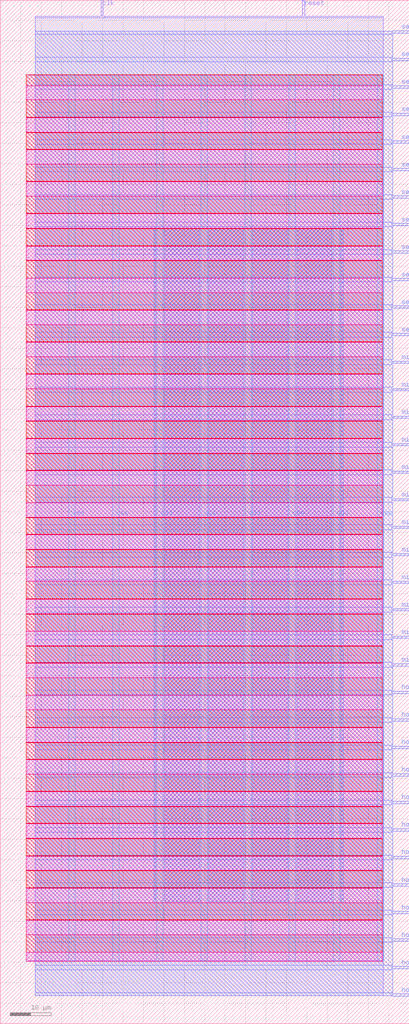
<source format=lef>
VERSION 5.7 ;
  NOWIREEXTENSIONATPIN ON ;
  DIVIDERCHAR "/" ;
  BUSBITCHARS "[]" ;
MACRO DigitalClock
  CLASS BLOCK ;
  FOREIGN DigitalClock ;
  ORIGIN 0.000 0.000 ;
  SIZE 100.000 BY 250.000 ;
  PIN clk
    DIRECTION INPUT ;
    USE SIGNAL ;
    ANTENNAGATEAREA 4.738000 ;
    ANTENNADIFFAREA 0.410400 ;
    PORT
      LAYER Metal2 ;
        RECT 24.640 246.000 25.200 250.000 ;
    END
  END clk
  PIN hours[0]
    DIRECTION OUTPUT TRISTATE ;
    USE SIGNAL ;
    ANTENNADIFFAREA 4.731200 ;
    PORT
      LAYER Metal3 ;
        RECT 96.000 6.720 100.000 7.280 ;
    END
  END hours[0]
  PIN hours[1]
    DIRECTION OUTPUT TRISTATE ;
    USE SIGNAL ;
    ANTENNADIFFAREA 4.731200 ;
    PORT
      LAYER Metal3 ;
        RECT 96.000 20.160 100.000 20.720 ;
    END
  END hours[1]
  PIN hours[2]
    DIRECTION OUTPUT TRISTATE ;
    USE SIGNAL ;
    ANTENNADIFFAREA 4.731200 ;
    PORT
      LAYER Metal3 ;
        RECT 96.000 33.600 100.000 34.160 ;
    END
  END hours[2]
  PIN hours[3]
    DIRECTION OUTPUT TRISTATE ;
    USE SIGNAL ;
    ANTENNADIFFAREA 4.731200 ;
    PORT
      LAYER Metal3 ;
        RECT 96.000 47.040 100.000 47.600 ;
    END
  END hours[3]
  PIN hours[4]
    DIRECTION OUTPUT TRISTATE ;
    USE SIGNAL ;
    ANTENNADIFFAREA 4.731200 ;
    PORT
      LAYER Metal3 ;
        RECT 96.000 60.480 100.000 61.040 ;
    END
  END hours[4]
  PIN hours[5]
    DIRECTION OUTPUT TRISTATE ;
    USE SIGNAL ;
    ANTENNADIFFAREA 4.731200 ;
    PORT
      LAYER Metal3 ;
        RECT 96.000 73.920 100.000 74.480 ;
    END
  END hours[5]
  PIN hours_oeb[0]
    DIRECTION OUTPUT TRISTATE ;
    USE SIGNAL ;
    ANTENNADIFFAREA 0.360800 ;
    PORT
      LAYER Metal3 ;
        RECT 96.000 13.440 100.000 14.000 ;
    END
  END hours_oeb[0]
  PIN hours_oeb[1]
    DIRECTION OUTPUT TRISTATE ;
    USE SIGNAL ;
    ANTENNADIFFAREA 0.360800 ;
    PORT
      LAYER Metal3 ;
        RECT 96.000 26.880 100.000 27.440 ;
    END
  END hours_oeb[1]
  PIN hours_oeb[2]
    DIRECTION OUTPUT TRISTATE ;
    USE SIGNAL ;
    ANTENNADIFFAREA 0.360800 ;
    PORT
      LAYER Metal3 ;
        RECT 96.000 40.320 100.000 40.880 ;
    END
  END hours_oeb[2]
  PIN hours_oeb[3]
    DIRECTION OUTPUT TRISTATE ;
    USE SIGNAL ;
    ANTENNADIFFAREA 0.360800 ;
    PORT
      LAYER Metal3 ;
        RECT 96.000 53.760 100.000 54.320 ;
    END
  END hours_oeb[3]
  PIN hours_oeb[4]
    DIRECTION OUTPUT TRISTATE ;
    USE SIGNAL ;
    ANTENNADIFFAREA 0.360800 ;
    PORT
      LAYER Metal3 ;
        RECT 96.000 67.200 100.000 67.760 ;
    END
  END hours_oeb[4]
  PIN hours_oeb[5]
    DIRECTION OUTPUT TRISTATE ;
    USE SIGNAL ;
    ANTENNADIFFAREA 0.360800 ;
    PORT
      LAYER Metal3 ;
        RECT 96.000 80.640 100.000 81.200 ;
    END
  END hours_oeb[5]
  PIN minutes[0]
    DIRECTION OUTPUT TRISTATE ;
    USE SIGNAL ;
    ANTENNADIFFAREA 4.731200 ;
    PORT
      LAYER Metal3 ;
        RECT 96.000 87.360 100.000 87.920 ;
    END
  END minutes[0]
  PIN minutes[1]
    DIRECTION OUTPUT TRISTATE ;
    USE SIGNAL ;
    ANTENNADIFFAREA 4.731200 ;
    PORT
      LAYER Metal3 ;
        RECT 96.000 100.800 100.000 101.360 ;
    END
  END minutes[1]
  PIN minutes[2]
    DIRECTION OUTPUT TRISTATE ;
    USE SIGNAL ;
    ANTENNADIFFAREA 4.731200 ;
    PORT
      LAYER Metal3 ;
        RECT 96.000 114.240 100.000 114.800 ;
    END
  END minutes[2]
  PIN minutes[3]
    DIRECTION OUTPUT TRISTATE ;
    USE SIGNAL ;
    ANTENNADIFFAREA 4.731200 ;
    PORT
      LAYER Metal3 ;
        RECT 96.000 127.680 100.000 128.240 ;
    END
  END minutes[3]
  PIN minutes[4]
    DIRECTION OUTPUT TRISTATE ;
    USE SIGNAL ;
    ANTENNADIFFAREA 4.731200 ;
    PORT
      LAYER Metal3 ;
        RECT 96.000 141.120 100.000 141.680 ;
    END
  END minutes[4]
  PIN minutes[5]
    DIRECTION OUTPUT TRISTATE ;
    USE SIGNAL ;
    ANTENNADIFFAREA 4.731200 ;
    PORT
      LAYER Metal3 ;
        RECT 96.000 154.560 100.000 155.120 ;
    END
  END minutes[5]
  PIN minutes_oeb[0]
    DIRECTION OUTPUT TRISTATE ;
    USE SIGNAL ;
    ANTENNADIFFAREA 0.360800 ;
    PORT
      LAYER Metal3 ;
        RECT 96.000 94.080 100.000 94.640 ;
    END
  END minutes_oeb[0]
  PIN minutes_oeb[1]
    DIRECTION OUTPUT TRISTATE ;
    USE SIGNAL ;
    ANTENNADIFFAREA 0.360800 ;
    PORT
      LAYER Metal3 ;
        RECT 96.000 107.520 100.000 108.080 ;
    END
  END minutes_oeb[1]
  PIN minutes_oeb[2]
    DIRECTION OUTPUT TRISTATE ;
    USE SIGNAL ;
    ANTENNADIFFAREA 0.360800 ;
    PORT
      LAYER Metal3 ;
        RECT 96.000 120.960 100.000 121.520 ;
    END
  END minutes_oeb[2]
  PIN minutes_oeb[3]
    DIRECTION OUTPUT TRISTATE ;
    USE SIGNAL ;
    ANTENNADIFFAREA 0.360800 ;
    PORT
      LAYER Metal3 ;
        RECT 96.000 134.400 100.000 134.960 ;
    END
  END minutes_oeb[3]
  PIN minutes_oeb[4]
    DIRECTION OUTPUT TRISTATE ;
    USE SIGNAL ;
    ANTENNADIFFAREA 0.360800 ;
    PORT
      LAYER Metal3 ;
        RECT 96.000 147.840 100.000 148.400 ;
    END
  END minutes_oeb[4]
  PIN minutes_oeb[5]
    DIRECTION OUTPUT TRISTATE ;
    USE SIGNAL ;
    ANTENNADIFFAREA 0.360800 ;
    PORT
      LAYER Metal3 ;
        RECT 96.000 161.280 100.000 161.840 ;
    END
  END minutes_oeb[5]
  PIN reset
    DIRECTION INPUT ;
    USE SIGNAL ;
    ANTENNAGATEAREA 0.741000 ;
    ANTENNADIFFAREA 0.410400 ;
    PORT
      LAYER Metal2 ;
        RECT 73.920 246.000 74.480 250.000 ;
    END
  END reset
  PIN seconds[0]
    DIRECTION OUTPUT TRISTATE ;
    USE SIGNAL ;
    ANTENNADIFFAREA 4.731200 ;
    PORT
      LAYER Metal3 ;
        RECT 96.000 168.000 100.000 168.560 ;
    END
  END seconds[0]
  PIN seconds[1]
    DIRECTION OUTPUT TRISTATE ;
    USE SIGNAL ;
    ANTENNADIFFAREA 4.731200 ;
    PORT
      LAYER Metal3 ;
        RECT 96.000 181.440 100.000 182.000 ;
    END
  END seconds[1]
  PIN seconds[2]
    DIRECTION OUTPUT TRISTATE ;
    USE SIGNAL ;
    ANTENNADIFFAREA 4.731200 ;
    PORT
      LAYER Metal3 ;
        RECT 96.000 194.880 100.000 195.440 ;
    END
  END seconds[2]
  PIN seconds[3]
    DIRECTION OUTPUT TRISTATE ;
    USE SIGNAL ;
    ANTENNADIFFAREA 4.731200 ;
    PORT
      LAYER Metal3 ;
        RECT 96.000 208.320 100.000 208.880 ;
    END
  END seconds[3]
  PIN seconds[4]
    DIRECTION OUTPUT TRISTATE ;
    USE SIGNAL ;
    ANTENNADIFFAREA 4.731200 ;
    PORT
      LAYER Metal3 ;
        RECT 96.000 221.760 100.000 222.320 ;
    END
  END seconds[4]
  PIN seconds[5]
    DIRECTION OUTPUT TRISTATE ;
    USE SIGNAL ;
    ANTENNADIFFAREA 4.731200 ;
    PORT
      LAYER Metal3 ;
        RECT 96.000 235.200 100.000 235.760 ;
    END
  END seconds[5]
  PIN seconds_oeb[0]
    DIRECTION OUTPUT TRISTATE ;
    USE SIGNAL ;
    ANTENNADIFFAREA 0.360800 ;
    PORT
      LAYER Metal3 ;
        RECT 96.000 174.720 100.000 175.280 ;
    END
  END seconds_oeb[0]
  PIN seconds_oeb[1]
    DIRECTION OUTPUT TRISTATE ;
    USE SIGNAL ;
    ANTENNADIFFAREA 0.360800 ;
    PORT
      LAYER Metal3 ;
        RECT 96.000 188.160 100.000 188.720 ;
    END
  END seconds_oeb[1]
  PIN seconds_oeb[2]
    DIRECTION OUTPUT TRISTATE ;
    USE SIGNAL ;
    ANTENNADIFFAREA 0.360800 ;
    PORT
      LAYER Metal3 ;
        RECT 96.000 201.600 100.000 202.160 ;
    END
  END seconds_oeb[2]
  PIN seconds_oeb[3]
    DIRECTION OUTPUT TRISTATE ;
    USE SIGNAL ;
    ANTENNADIFFAREA 0.360800 ;
    PORT
      LAYER Metal3 ;
        RECT 96.000 215.040 100.000 215.600 ;
    END
  END seconds_oeb[3]
  PIN seconds_oeb[4]
    DIRECTION OUTPUT TRISTATE ;
    USE SIGNAL ;
    ANTENNADIFFAREA 0.360800 ;
    PORT
      LAYER Metal3 ;
        RECT 96.000 228.480 100.000 229.040 ;
    END
  END seconds_oeb[4]
  PIN seconds_oeb[5]
    DIRECTION OUTPUT TRISTATE ;
    USE SIGNAL ;
    ANTENNADIFFAREA 0.360800 ;
    PORT
      LAYER Metal3 ;
        RECT 96.000 241.920 100.000 242.480 ;
    END
  END seconds_oeb[5]
  PIN vdd
    DIRECTION INOUT ;
    USE POWER ;
    PORT
      LAYER Metal4 ;
        RECT 16.700 15.380 18.300 231.580 ;
    END
    PORT
      LAYER Metal4 ;
        RECT 38.260 15.380 39.860 231.580 ;
    END
    PORT
      LAYER Metal4 ;
        RECT 59.820 15.380 61.420 231.580 ;
    END
    PORT
      LAYER Metal4 ;
        RECT 81.380 15.380 82.980 231.580 ;
    END
  END vdd
  PIN vss
    DIRECTION INOUT ;
    USE GROUND ;
    PORT
      LAYER Metal4 ;
        RECT 27.480 15.380 29.080 231.580 ;
    END
    PORT
      LAYER Metal4 ;
        RECT 49.040 15.380 50.640 231.580 ;
    END
    PORT
      LAYER Metal4 ;
        RECT 70.600 15.380 72.200 231.580 ;
    END
    PORT
      LAYER Metal4 ;
        RECT 92.160 15.380 93.760 231.580 ;
    END
  END vss
  OBS
      LAYER Nwell ;
        RECT 6.290 229.120 93.390 231.710 ;
      LAYER Pwell ;
        RECT 6.290 225.600 93.390 229.120 ;
      LAYER Nwell ;
        RECT 6.290 221.405 93.390 225.600 ;
        RECT 6.290 221.280 54.145 221.405 ;
      LAYER Pwell ;
        RECT 6.290 217.760 93.390 221.280 ;
      LAYER Nwell ;
        RECT 6.290 217.635 18.865 217.760 ;
        RECT 6.290 213.565 93.390 217.635 ;
        RECT 6.290 213.440 79.345 213.565 ;
      LAYER Pwell ;
        RECT 6.290 209.920 93.390 213.440 ;
      LAYER Nwell ;
        RECT 6.290 205.725 93.390 209.920 ;
        RECT 6.290 205.600 42.945 205.725 ;
      LAYER Pwell ;
        RECT 6.290 202.080 93.390 205.600 ;
      LAYER Nwell ;
        RECT 6.290 197.885 93.390 202.080 ;
        RECT 6.290 197.760 17.960 197.885 ;
      LAYER Pwell ;
        RECT 6.290 194.240 93.390 197.760 ;
      LAYER Nwell ;
        RECT 6.290 194.115 20.870 194.240 ;
        RECT 6.290 190.045 93.390 194.115 ;
        RECT 6.290 189.920 45.185 190.045 ;
      LAYER Pwell ;
        RECT 6.290 186.400 93.390 189.920 ;
      LAYER Nwell ;
        RECT 6.290 186.275 72.665 186.400 ;
        RECT 6.290 182.080 93.390 186.275 ;
      LAYER Pwell ;
        RECT 6.290 178.560 93.390 182.080 ;
      LAYER Nwell ;
        RECT 6.290 174.365 93.390 178.560 ;
        RECT 6.290 174.240 12.705 174.365 ;
      LAYER Pwell ;
        RECT 6.290 170.720 93.390 174.240 ;
      LAYER Nwell ;
        RECT 6.290 166.525 93.390 170.720 ;
        RECT 6.290 166.400 12.705 166.525 ;
      LAYER Pwell ;
        RECT 6.290 162.880 93.390 166.400 ;
      LAYER Nwell ;
        RECT 6.290 158.685 93.390 162.880 ;
        RECT 6.290 158.560 44.765 158.685 ;
      LAYER Pwell ;
        RECT 6.290 155.040 93.390 158.560 ;
      LAYER Nwell ;
        RECT 6.290 150.845 93.390 155.040 ;
        RECT 6.290 150.720 41.825 150.845 ;
      LAYER Pwell ;
        RECT 6.290 147.200 93.390 150.720 ;
      LAYER Nwell ;
        RECT 6.290 147.075 12.705 147.200 ;
        RECT 6.290 143.005 93.390 147.075 ;
        RECT 6.290 142.880 53.240 143.005 ;
      LAYER Pwell ;
        RECT 6.290 139.360 93.390 142.880 ;
      LAYER Nwell ;
        RECT 6.290 139.235 12.705 139.360 ;
        RECT 6.290 135.165 93.390 139.235 ;
        RECT 6.290 135.040 80.465 135.165 ;
      LAYER Pwell ;
        RECT 6.290 131.520 93.390 135.040 ;
      LAYER Nwell ;
        RECT 6.290 127.200 93.390 131.520 ;
      LAYER Pwell ;
        RECT 6.290 123.680 93.390 127.200 ;
      LAYER Nwell ;
        RECT 6.290 123.555 51.905 123.680 ;
        RECT 6.290 119.485 93.390 123.555 ;
        RECT 6.290 119.360 12.705 119.485 ;
      LAYER Pwell ;
        RECT 6.290 115.840 93.390 119.360 ;
      LAYER Nwell ;
        RECT 6.290 115.715 16.110 115.840 ;
        RECT 6.290 111.645 93.390 115.715 ;
        RECT 6.290 111.520 12.705 111.645 ;
      LAYER Pwell ;
        RECT 6.290 108.000 93.390 111.520 ;
      LAYER Nwell ;
        RECT 6.290 103.805 93.390 108.000 ;
        RECT 6.290 103.680 80.465 103.805 ;
      LAYER Pwell ;
        RECT 6.290 100.160 93.390 103.680 ;
      LAYER Nwell ;
        RECT 6.290 100.035 38.595 100.160 ;
        RECT 6.290 95.840 93.390 100.035 ;
      LAYER Pwell ;
        RECT 6.290 92.320 93.390 95.840 ;
      LAYER Nwell ;
        RECT 6.290 92.195 14.385 92.320 ;
        RECT 6.290 88.125 93.390 92.195 ;
        RECT 6.290 88.000 12.705 88.125 ;
      LAYER Pwell ;
        RECT 6.290 84.480 93.390 88.000 ;
      LAYER Nwell ;
        RECT 6.290 80.160 93.390 84.480 ;
      LAYER Pwell ;
        RECT 6.290 76.640 93.390 80.160 ;
      LAYER Nwell ;
        RECT 6.290 72.445 93.390 76.640 ;
        RECT 6.290 72.320 30.630 72.445 ;
      LAYER Pwell ;
        RECT 6.290 68.800 93.390 72.320 ;
      LAYER Nwell ;
        RECT 6.290 68.675 12.705 68.800 ;
        RECT 6.290 64.605 93.390 68.675 ;
        RECT 6.290 64.480 19.470 64.605 ;
      LAYER Pwell ;
        RECT 6.290 60.960 93.390 64.480 ;
      LAYER Nwell ;
        RECT 6.290 56.765 93.390 60.960 ;
        RECT 6.290 56.640 12.705 56.765 ;
      LAYER Pwell ;
        RECT 6.290 53.120 93.390 56.640 ;
      LAYER Nwell ;
        RECT 6.290 52.995 63.105 53.120 ;
        RECT 6.290 48.925 93.390 52.995 ;
        RECT 6.290 48.800 20.030 48.925 ;
      LAYER Pwell ;
        RECT 6.290 45.280 93.390 48.800 ;
      LAYER Nwell ;
        RECT 6.290 45.155 13.265 45.280 ;
        RECT 6.290 41.085 93.390 45.155 ;
        RECT 6.290 40.960 36.785 41.085 ;
      LAYER Pwell ;
        RECT 6.290 37.440 93.390 40.960 ;
      LAYER Nwell ;
        RECT 6.290 37.315 58.625 37.440 ;
        RECT 6.290 33.245 93.390 37.315 ;
        RECT 6.290 33.120 79.345 33.245 ;
      LAYER Pwell ;
        RECT 6.290 29.600 93.390 33.120 ;
      LAYER Nwell ;
        RECT 6.290 25.405 93.390 29.600 ;
        RECT 6.290 25.280 71.505 25.405 ;
      LAYER Pwell ;
        RECT 6.290 21.760 93.390 25.280 ;
      LAYER Nwell ;
        RECT 6.290 17.440 93.390 21.760 ;
      LAYER Pwell ;
        RECT 6.290 15.250 93.390 17.440 ;
      LAYER Metal1 ;
        RECT 6.720 15.380 93.760 231.580 ;
      LAYER Metal2 ;
        RECT 8.540 245.700 24.340 246.000 ;
        RECT 25.500 245.700 73.620 246.000 ;
        RECT 74.780 245.700 93.620 246.000 ;
        RECT 8.540 6.810 93.620 245.700 ;
      LAYER Metal3 ;
        RECT 8.490 241.620 95.700 242.340 ;
        RECT 8.490 236.060 96.000 241.620 ;
        RECT 8.490 234.900 95.700 236.060 ;
        RECT 8.490 229.340 96.000 234.900 ;
        RECT 8.490 228.180 95.700 229.340 ;
        RECT 8.490 222.620 96.000 228.180 ;
        RECT 8.490 221.460 95.700 222.620 ;
        RECT 8.490 215.900 96.000 221.460 ;
        RECT 8.490 214.740 95.700 215.900 ;
        RECT 8.490 209.180 96.000 214.740 ;
        RECT 8.490 208.020 95.700 209.180 ;
        RECT 8.490 202.460 96.000 208.020 ;
        RECT 8.490 201.300 95.700 202.460 ;
        RECT 8.490 195.740 96.000 201.300 ;
        RECT 8.490 194.580 95.700 195.740 ;
        RECT 8.490 189.020 96.000 194.580 ;
        RECT 8.490 187.860 95.700 189.020 ;
        RECT 8.490 182.300 96.000 187.860 ;
        RECT 8.490 181.140 95.700 182.300 ;
        RECT 8.490 175.580 96.000 181.140 ;
        RECT 8.490 174.420 95.700 175.580 ;
        RECT 8.490 168.860 96.000 174.420 ;
        RECT 8.490 167.700 95.700 168.860 ;
        RECT 8.490 162.140 96.000 167.700 ;
        RECT 8.490 160.980 95.700 162.140 ;
        RECT 8.490 155.420 96.000 160.980 ;
        RECT 8.490 154.260 95.700 155.420 ;
        RECT 8.490 148.700 96.000 154.260 ;
        RECT 8.490 147.540 95.700 148.700 ;
        RECT 8.490 141.980 96.000 147.540 ;
        RECT 8.490 140.820 95.700 141.980 ;
        RECT 8.490 135.260 96.000 140.820 ;
        RECT 8.490 134.100 95.700 135.260 ;
        RECT 8.490 128.540 96.000 134.100 ;
        RECT 8.490 127.380 95.700 128.540 ;
        RECT 8.490 121.820 96.000 127.380 ;
        RECT 8.490 120.660 95.700 121.820 ;
        RECT 8.490 115.100 96.000 120.660 ;
        RECT 8.490 113.940 95.700 115.100 ;
        RECT 8.490 108.380 96.000 113.940 ;
        RECT 8.490 107.220 95.700 108.380 ;
        RECT 8.490 101.660 96.000 107.220 ;
        RECT 8.490 100.500 95.700 101.660 ;
        RECT 8.490 94.940 96.000 100.500 ;
        RECT 8.490 93.780 95.700 94.940 ;
        RECT 8.490 88.220 96.000 93.780 ;
        RECT 8.490 87.060 95.700 88.220 ;
        RECT 8.490 81.500 96.000 87.060 ;
        RECT 8.490 80.340 95.700 81.500 ;
        RECT 8.490 74.780 96.000 80.340 ;
        RECT 8.490 73.620 95.700 74.780 ;
        RECT 8.490 68.060 96.000 73.620 ;
        RECT 8.490 66.900 95.700 68.060 ;
        RECT 8.490 61.340 96.000 66.900 ;
        RECT 8.490 60.180 95.700 61.340 ;
        RECT 8.490 54.620 96.000 60.180 ;
        RECT 8.490 53.460 95.700 54.620 ;
        RECT 8.490 47.900 96.000 53.460 ;
        RECT 8.490 46.740 95.700 47.900 ;
        RECT 8.490 41.180 96.000 46.740 ;
        RECT 8.490 40.020 95.700 41.180 ;
        RECT 8.490 34.460 96.000 40.020 ;
        RECT 8.490 33.300 95.700 34.460 ;
        RECT 8.490 27.740 96.000 33.300 ;
        RECT 8.490 26.580 95.700 27.740 ;
        RECT 8.490 21.020 96.000 26.580 ;
        RECT 8.490 19.860 95.700 21.020 ;
        RECT 8.490 14.300 96.000 19.860 ;
        RECT 8.490 13.140 95.700 14.300 ;
        RECT 8.490 7.580 96.000 13.140 ;
        RECT 8.490 6.860 95.700 7.580 ;
      LAYER Metal4 ;
        RECT 37.660 29.770 37.960 194.230 ;
        RECT 40.160 29.770 48.740 194.230 ;
        RECT 50.940 29.770 59.520 194.230 ;
        RECT 61.720 29.770 70.300 194.230 ;
        RECT 72.500 29.770 81.080 194.230 ;
        RECT 83.280 29.770 83.860 194.230 ;
  END
END DigitalClock
END LIBRARY


</source>
